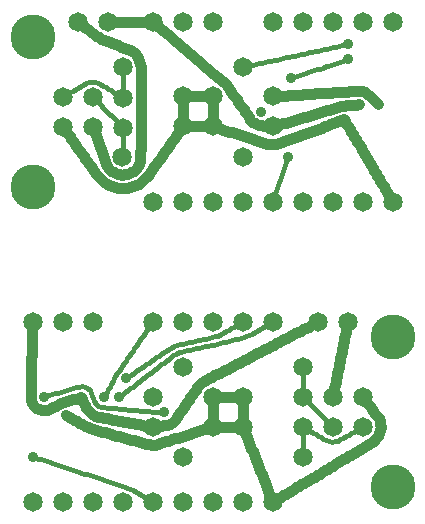
<source format=gbl>
G04 Bottom Copper*
%FSLAX23Y23*%
%MOIN*%
G01*
%ADD10C,0.010*%
%ADD11C,0.015*%
%ADD12C,0.035*%
%ADD13C,0.065*%
%ADD14C,0.150*%
D10*
D11*
X2450Y2350D02*
X2447Y2341D01*
X2444Y2332D01*
X2441Y2322D01*
X2438Y2313D01*
X2434Y2303D01*
X2431Y2293D01*
X2428Y2284D01*
X2425Y2274D01*
X2422Y2265D01*
X2418Y2255D01*
X2415Y2245D01*
X2412Y2236D01*
X2409Y2226D01*
X2406Y2217D01*
X2402Y2207D01*
X2400Y2200D01*
X1700Y2550D02*
X1708Y2555D01*
X1717Y2560D01*
X1725Y2565D01*
X1734Y2570D01*
X1743Y2575D01*
X1752Y2580D01*
X1760Y2585D01*
X1769Y2590D01*
X1778Y2595D01*
X1788Y2598D01*
X1798Y2600D01*
X1808Y2599D01*
X1817Y2597D01*
X1826Y2592D01*
X1835Y2587D01*
X1844Y2582D01*
X1852Y2576D01*
X1861Y2571D01*
X1869Y2566D01*
X1878Y2560D01*
X1887Y2555D01*
X1895Y2550D01*
X1900Y2547D01*
X1800Y2550D02*
X1806Y2543D01*
X1813Y2536D01*
X1820Y2529D01*
X1828Y2522D01*
X1835Y2514D01*
X1842Y2507D01*
X1849Y2500D01*
X1856Y2493D01*
X1863Y2485D01*
X1870Y2478D01*
X1877Y2471D01*
X1884Y2464D01*
X1891Y2456D01*
X1898Y2449D01*
X1900Y2447D01*
X1900Y2650D02*
X1900Y2641D01*
X1900Y2631D01*
X1900Y2621D01*
X1900Y2610D01*
X1900Y2600D01*
X1900Y2590D01*
X1900Y2580D01*
X1900Y2570D01*
X1900Y2560D01*
X1900Y2550D01*
X1900Y2547D01*
X1899Y2350D02*
X1899Y2359D01*
X1900Y2369D01*
X1900Y2379D01*
X1900Y2390D01*
X1900Y2400D01*
X1900Y2410D01*
X1900Y2420D01*
X1900Y2430D01*
X1900Y2440D01*
X1900Y2447D01*
X2650Y2725D02*
X2641Y2723D01*
X2631Y2721D01*
X2621Y2719D01*
X2611Y2717D01*
X2601Y2715D01*
X2592Y2712D01*
X2582Y2710D01*
X2572Y2708D01*
X2562Y2706D01*
X2552Y2704D01*
X2542Y2702D01*
X2532Y2700D01*
X2522Y2698D01*
X2513Y2696D01*
X2503Y2693D01*
X2493Y2691D01*
X2483Y2689D01*
X2473Y2687D01*
X2463Y2685D01*
X2453Y2683D01*
X2443Y2681D01*
X2434Y2679D01*
X2424Y2676D01*
X2414Y2674D01*
X2404Y2672D01*
X2394Y2670D01*
X2384Y2668D01*
X2374Y2666D01*
X2364Y2664D01*
X2355Y2662D01*
X2345Y2659D01*
X2335Y2657D01*
X2325Y2655D01*
X2315Y2653D01*
X2305Y2651D01*
X2300Y2650D01*
X2462Y2612D02*
X2471Y2615D01*
X2481Y2619D01*
X2490Y2622D01*
X2500Y2625D01*
X2510Y2628D01*
X2519Y2631D01*
X2529Y2635D01*
X2538Y2638D01*
X2548Y2641D01*
X2558Y2644D01*
X2567Y2647D01*
X2577Y2651D01*
X2586Y2654D01*
X2596Y2657D01*
X2605Y2660D01*
X2615Y2663D01*
X2625Y2667D01*
X2634Y2670D01*
X2644Y2673D01*
X2650Y2675D01*
X2500Y1550D02*
X2507Y1543D01*
X2514Y1536D01*
X2521Y1529D01*
X2528Y1522D01*
X2535Y1515D01*
X2542Y1508D01*
X2549Y1501D01*
X2557Y1493D01*
X2564Y1486D01*
X2571Y1479D01*
X2578Y1472D01*
X2585Y1465D01*
X2592Y1458D01*
X2599Y1451D01*
X2600Y1450D01*
X2500Y1450D02*
X2508Y1445D01*
X2517Y1440D01*
X2525Y1435D01*
X2534Y1430D01*
X2543Y1425D01*
X2552Y1420D01*
X2560Y1415D01*
X2569Y1410D01*
X2578Y1405D01*
X2588Y1402D01*
X2598Y1400D01*
X2608Y1401D01*
X2617Y1403D01*
X2626Y1408D01*
X2635Y1413D01*
X2644Y1418D01*
X2653Y1423D01*
X2661Y1428D01*
X2670Y1433D01*
X2679Y1438D01*
X2688Y1443D01*
X2696Y1448D01*
X2700Y1450D01*
X2500Y1450D02*
X2500Y1441D01*
X2500Y1431D01*
X2500Y1421D01*
X2500Y1410D01*
X2500Y1400D01*
X2500Y1390D01*
X2500Y1380D01*
X2500Y1370D01*
X2500Y1360D01*
X2500Y1350D01*
X2500Y1550D02*
X2500Y1559D01*
X2500Y1569D01*
X2500Y1579D01*
X2500Y1589D01*
X2500Y1600D01*
X2500Y1610D01*
X2500Y1620D01*
X2500Y1630D01*
X2500Y1640D01*
X2500Y1650D01*
X1600Y1350D02*
X1609Y1347D01*
X1618Y1344D01*
X1628Y1341D01*
X1638Y1338D01*
X1647Y1335D01*
X1657Y1332D01*
X1666Y1328D01*
X1676Y1325D01*
X1686Y1322D01*
X1695Y1319D01*
X1705Y1316D01*
X1715Y1313D01*
X1724Y1310D01*
X1734Y1307D01*
X1743Y1303D01*
X1753Y1300D01*
X1762Y1297D01*
X1772Y1294D01*
X1782Y1291D01*
X1791Y1288D01*
X1801Y1285D01*
X1810Y1282D01*
X1820Y1279D01*
X1830Y1275D01*
X1839Y1272D01*
X1849Y1269D01*
X1859Y1266D01*
X1868Y1263D01*
X1878Y1260D01*
X1887Y1257D01*
X1897Y1254D01*
X1907Y1250D01*
X1916Y1247D01*
X1925Y1243D01*
X1934Y1238D01*
X1943Y1233D01*
X1952Y1228D01*
X1960Y1223D01*
X1969Y1218D01*
X1978Y1213D01*
X1987Y1208D01*
X1995Y1203D01*
X2000Y1200D01*
X1838Y1550D02*
X1842Y1558D01*
X1847Y1567D01*
X1852Y1576D01*
X1857Y1584D01*
X1862Y1593D01*
X1867Y1602D01*
X1872Y1611D01*
X1876Y1620D01*
X1881Y1629D01*
X1887Y1637D01*
X1893Y1645D01*
X1899Y1654D01*
X1904Y1662D01*
X1910Y1670D01*
X1916Y1679D01*
X1922Y1687D01*
X1927Y1695D01*
X1933Y1703D01*
X1939Y1712D01*
X1945Y1720D01*
X1950Y1728D01*
X1956Y1737D01*
X1962Y1745D01*
X1968Y1753D01*
X1973Y1761D01*
X1979Y1770D01*
X1985Y1778D01*
X1991Y1786D01*
X1996Y1795D01*
X2000Y1800D01*
X1912Y1612D02*
X1920Y1618D01*
X1928Y1623D01*
X1937Y1629D01*
X1945Y1635D01*
X1953Y1641D01*
X1962Y1646D01*
X1970Y1652D01*
X1978Y1658D01*
X1987Y1663D01*
X1995Y1669D01*
X2004Y1675D01*
X2012Y1681D01*
X2020Y1686D01*
X2028Y1692D01*
X2037Y1698D01*
X2045Y1703D01*
X2053Y1709D01*
X2062Y1714D01*
X2071Y1719D01*
X2081Y1722D01*
X2090Y1725D01*
X2100Y1727D01*
X2110Y1729D01*
X2120Y1731D01*
X2130Y1733D01*
X2140Y1736D01*
X2150Y1738D01*
X2159Y1740D01*
X2169Y1742D01*
X2179Y1744D01*
X2189Y1746D01*
X2199Y1749D01*
X2209Y1751D01*
X2218Y1754D01*
X2227Y1758D01*
X2236Y1763D01*
X2245Y1768D01*
X2254Y1773D01*
X2262Y1778D01*
X2271Y1783D01*
X2280Y1788D01*
X2289Y1794D01*
X2297Y1799D01*
X2300Y1800D01*
X2400Y1800D02*
X2392Y1796D01*
X2383Y1790D01*
X2375Y1785D01*
X2366Y1780D01*
X2357Y1775D01*
X2348Y1770D01*
X2340Y1765D01*
X2331Y1760D01*
X2322Y1755D01*
X2312Y1752D01*
X2303Y1749D01*
X2293Y1747D01*
X2283Y1744D01*
X2273Y1742D01*
X2264Y1739D01*
X2254Y1737D01*
X2244Y1734D01*
X2234Y1732D01*
X2225Y1729D01*
X2215Y1727D01*
X2205Y1724D01*
X2195Y1722D01*
X2185Y1720D01*
X2175Y1718D01*
X2165Y1716D01*
X2156Y1713D01*
X2146Y1711D01*
X2136Y1709D01*
X2126Y1707D01*
X2116Y1705D01*
X2106Y1702D01*
X2096Y1700D01*
X2087Y1698D01*
X2077Y1694D01*
X2069Y1689D01*
X2061Y1683D01*
X2053Y1677D01*
X2045Y1670D01*
X2037Y1664D01*
X2029Y1658D01*
X2021Y1652D01*
X2013Y1646D01*
X2005Y1640D01*
X1997Y1633D01*
X1989Y1627D01*
X1981Y1621D01*
X1973Y1615D01*
X1965Y1609D01*
X1957Y1602D01*
X1949Y1596D01*
X1941Y1590D01*
X1933Y1584D01*
X1925Y1578D01*
X1917Y1572D01*
X1909Y1566D01*
X1900Y1560D01*
X1892Y1554D01*
X1888Y1550D01*
X1638Y1550D02*
X1646Y1553D01*
X1656Y1555D01*
X1666Y1558D01*
X1675Y1561D01*
X1685Y1564D01*
X1695Y1567D01*
X1705Y1570D01*
X1714Y1572D01*
X1724Y1575D01*
X1734Y1578D01*
X1743Y1581D01*
X1753Y1584D01*
X1763Y1585D01*
X1773Y1583D01*
X1782Y1579D01*
X1790Y1572D01*
X1795Y1563D01*
X1798Y1554D01*
X1802Y1545D01*
X1806Y1535D01*
X1811Y1527D01*
X1819Y1520D01*
X1828Y1516D01*
X1838Y1515D01*
X1848Y1514D01*
X1858Y1513D01*
X1868Y1512D01*
X1879Y1511D01*
X1889Y1510D01*
X1899Y1509D01*
X1909Y1508D01*
X1919Y1507D01*
X1929Y1506D01*
X1939Y1505D01*
X1949Y1505D01*
X1959Y1504D01*
X1969Y1503D01*
X1979Y1502D01*
X1989Y1501D01*
X1999Y1500D01*
X2009Y1500D01*
X2019Y1500D01*
X2030Y1500D01*
X2037Y1500D01*
D12*
X2800Y2200D02*
X2795Y2208D01*
X2790Y2217D01*
X2785Y2225D01*
X2780Y2234D01*
X2775Y2243D01*
X2770Y2251D01*
X2764Y2260D01*
X2759Y2269D01*
X2754Y2278D01*
X2749Y2286D01*
X2744Y2295D01*
X2739Y2304D01*
X2734Y2312D01*
X2728Y2321D01*
X2723Y2330D01*
X2718Y2338D01*
X2713Y2347D01*
X2708Y2356D01*
X2703Y2364D01*
X2698Y2373D01*
X2693Y2382D01*
X2687Y2391D01*
X2682Y2399D01*
X2677Y2408D01*
X2672Y2417D01*
X2667Y2425D01*
X2662Y2434D01*
X2657Y2443D01*
X2651Y2451D01*
X2646Y2460D01*
X2641Y2469D01*
X2638Y2475D01*
X2638Y2475D02*
X2629Y2472D01*
X2619Y2468D01*
X2610Y2465D01*
X2600Y2461D01*
X2591Y2458D01*
X2581Y2454D01*
X2572Y2451D01*
X2563Y2447D01*
X2553Y2444D01*
X2543Y2440D01*
X2534Y2437D01*
X2525Y2433D01*
X2515Y2430D01*
X2506Y2426D01*
X2496Y2423D01*
X2487Y2419D01*
X2477Y2416D01*
X2468Y2412D01*
X2458Y2409D01*
X2449Y2405D01*
X2439Y2402D01*
X2430Y2398D01*
X2420Y2395D01*
X2411Y2392D01*
X2401Y2391D01*
X2391Y2392D01*
X2381Y2394D01*
X2371Y2397D01*
X2361Y2400D01*
X2352Y2403D01*
X2342Y2406D01*
X2333Y2409D01*
X2323Y2412D01*
X2313Y2415D01*
X2304Y2418D01*
X2294Y2422D01*
X2284Y2425D01*
X2275Y2428D01*
X2265Y2431D01*
X2255Y2434D01*
X2246Y2437D01*
X2236Y2440D01*
X2227Y2443D01*
X2217Y2446D01*
X2207Y2449D01*
X2200Y2451D01*
X2750Y2525D02*
X2744Y2532D01*
X2737Y2539D01*
X2730Y2546D01*
X2723Y2553D01*
X2715Y2560D01*
X2707Y2566D01*
X2697Y2569D01*
X2687Y2570D01*
X2677Y2569D01*
X2667Y2569D01*
X2657Y2568D01*
X2647Y2567D01*
X2637Y2567D01*
X2627Y2566D01*
X2616Y2565D01*
X2606Y2565D01*
X2596Y2564D01*
X2586Y2563D01*
X2576Y2563D01*
X2566Y2562D01*
X2556Y2561D01*
X2546Y2561D01*
X2536Y2560D01*
X2526Y2559D01*
X2516Y2559D01*
X2506Y2558D01*
X2496Y2557D01*
X2485Y2557D01*
X2475Y2556D01*
X2465Y2555D01*
X2455Y2555D01*
X2445Y2554D01*
X2435Y2553D01*
X2425Y2553D01*
X2415Y2552D01*
X2405Y2551D01*
X2400Y2551D01*
X2100Y2451D02*
X2100Y2460D01*
X2100Y2470D01*
X2100Y2481D01*
X2100Y2491D01*
X2100Y2501D01*
X2100Y2511D01*
X2100Y2521D01*
X2100Y2531D01*
X2100Y2541D01*
X2100Y2551D01*
X2200Y2551D02*
X2200Y2542D01*
X2200Y2532D01*
X2200Y2522D01*
X2200Y2512D01*
X2200Y2502D01*
X2200Y2491D01*
X2200Y2481D01*
X2200Y2471D01*
X2200Y2461D01*
X2200Y2451D01*
X2100Y2551D02*
X2109Y2551D01*
X2120Y2551D01*
X2130Y2551D01*
X2140Y2551D01*
X2150Y2551D01*
X2160Y2551D01*
X2170Y2551D01*
X2180Y2551D01*
X2190Y2551D01*
X2200Y2551D01*
X2200Y2451D02*
X2191Y2451D01*
X2180Y2451D01*
X2170Y2451D01*
X2160Y2451D01*
X2150Y2451D01*
X2140Y2451D01*
X2130Y2451D01*
X2120Y2451D01*
X2110Y2451D01*
X2100Y2451D01*
X1850Y2800D02*
X1859Y2800D01*
X1869Y2800D01*
X1879Y2800D01*
X1890Y2800D01*
X1900Y2800D01*
X1910Y2800D01*
X1920Y2800D01*
X1930Y2800D01*
X1940Y2800D01*
X1950Y2800D01*
X1960Y2800D01*
X1970Y2800D01*
X1980Y2800D01*
X1991Y2800D01*
X2000Y2800D01*
X2000Y2800D02*
X2007Y2794D01*
X2015Y2787D01*
X2022Y2781D01*
X2030Y2774D01*
X2038Y2768D01*
X2045Y2761D01*
X2053Y2755D01*
X2061Y2748D01*
X2069Y2742D01*
X2076Y2735D01*
X2084Y2728D01*
X2092Y2722D01*
X2099Y2715D01*
X2107Y2709D01*
X2115Y2702D01*
X2122Y2696D01*
X2130Y2689D01*
X2138Y2683D01*
X2145Y2676D01*
X2153Y2670D01*
X2161Y2663D01*
X2169Y2657D01*
X2176Y2650D01*
X2184Y2643D01*
X2192Y2637D01*
X2199Y2630D01*
X2207Y2624D01*
X2215Y2617D01*
X2222Y2611D01*
X2230Y2604D01*
X2238Y2598D01*
X2245Y2591D01*
X2251Y2582D01*
X2257Y2574D01*
X2262Y2566D01*
X2268Y2557D01*
X2274Y2549D01*
X2280Y2541D01*
X2285Y2533D01*
X2291Y2524D01*
X2297Y2516D01*
X2303Y2508D01*
X2308Y2499D01*
X2314Y2491D01*
X2320Y2483D01*
X2326Y2474D01*
X2332Y2467D01*
X2340Y2461D01*
X2350Y2457D01*
X2360Y2455D01*
X2370Y2454D01*
X2380Y2453D01*
X2390Y2452D01*
X2400Y2451D01*
X2600Y1550D02*
X2602Y1559D01*
X2604Y1569D01*
X2606Y1579D01*
X2608Y1589D01*
X2610Y1599D01*
X2612Y1609D01*
X2614Y1618D01*
X2616Y1628D01*
X2618Y1638D01*
X2620Y1648D01*
X2622Y1658D01*
X2624Y1668D01*
X2626Y1678D01*
X2628Y1688D01*
X2630Y1698D01*
X2632Y1708D01*
X2634Y1718D01*
X2636Y1727D01*
X2638Y1737D01*
X2639Y1747D01*
X2641Y1757D01*
X2643Y1767D01*
X2645Y1777D01*
X2647Y1787D01*
X2649Y1797D01*
X2650Y1800D01*
X2700Y1550D02*
X2706Y1543D01*
X2712Y1535D01*
X2718Y1526D01*
X2724Y1518D01*
X2730Y1510D01*
X2736Y1502D01*
X2742Y1494D01*
X2748Y1486D01*
X2753Y1478D01*
X2757Y1468D01*
X2759Y1458D01*
X2760Y1448D01*
X2759Y1438D01*
X2756Y1428D01*
X2752Y1419D01*
X2746Y1411D01*
X2739Y1404D01*
X2730Y1398D01*
X2722Y1393D01*
X2713Y1388D01*
X2704Y1383D01*
X2696Y1377D01*
X2687Y1372D01*
X2678Y1367D01*
X2670Y1362D01*
X2661Y1357D01*
X2652Y1352D01*
X2644Y1346D01*
X2635Y1341D01*
X2626Y1336D01*
X2618Y1331D01*
X2609Y1326D01*
X2600Y1320D01*
X2592Y1315D01*
X2583Y1310D01*
X2574Y1305D01*
X2566Y1300D01*
X2557Y1294D01*
X2548Y1289D01*
X2540Y1284D01*
X2531Y1279D01*
X2522Y1274D01*
X2514Y1268D01*
X2505Y1263D01*
X2496Y1258D01*
X2488Y1253D01*
X2479Y1248D01*
X2470Y1242D01*
X2462Y1237D01*
X2453Y1232D01*
X2445Y1227D01*
X2436Y1222D01*
X2427Y1216D01*
X2419Y1211D01*
X2410Y1206D01*
X2401Y1201D01*
X2400Y1200D01*
X2400Y1200D02*
X2397Y1209D01*
X2393Y1218D01*
X2389Y1227D01*
X2385Y1237D01*
X2382Y1246D01*
X2378Y1255D01*
X2374Y1265D01*
X2370Y1274D01*
X2367Y1284D01*
X2363Y1293D01*
X2359Y1302D01*
X2355Y1312D01*
X2352Y1321D01*
X2348Y1331D01*
X2344Y1340D01*
X2340Y1349D01*
X2337Y1359D01*
X2333Y1368D01*
X2329Y1377D01*
X2325Y1387D01*
X2322Y1396D01*
X2318Y1405D01*
X2314Y1415D01*
X2310Y1424D01*
X2307Y1434D01*
X2303Y1443D01*
X2300Y1450D01*
X1762Y1550D02*
X1766Y1541D01*
X1769Y1532D01*
X1773Y1523D01*
X1778Y1514D01*
X1784Y1505D01*
X1791Y1498D01*
X1799Y1492D01*
X1808Y1487D01*
X1817Y1483D01*
X1827Y1481D01*
X1837Y1479D01*
X1847Y1478D01*
X1857Y1476D01*
X1867Y1474D01*
X1877Y1472D01*
X1886Y1470D01*
X1896Y1469D01*
X1906Y1467D01*
X1916Y1465D01*
X1926Y1463D01*
X1936Y1462D01*
X1946Y1460D01*
X1956Y1458D01*
X1966Y1456D01*
X1976Y1454D01*
X1986Y1453D01*
X1996Y1451D01*
X2000Y1450D01*
X2200Y1450D02*
X2200Y1459D01*
X2200Y1469D01*
X2200Y1479D01*
X2200Y1490D01*
X2200Y1500D01*
X2200Y1510D01*
X2200Y1520D01*
X2200Y1530D01*
X2200Y1540D01*
X2200Y1550D01*
X2200Y1550D02*
X2209Y1550D01*
X2219Y1550D01*
X2229Y1550D01*
X2240Y1550D01*
X2250Y1550D01*
X2260Y1550D01*
X2270Y1550D01*
X2280Y1550D01*
X2290Y1550D01*
X2300Y1550D01*
X2300Y1550D02*
X2300Y1541D01*
X2300Y1531D01*
X2300Y1521D01*
X2300Y1510D01*
X2300Y1500D01*
X2300Y1490D01*
X2300Y1480D01*
X2300Y1470D01*
X2300Y1460D01*
X2300Y1450D01*
X2300Y1450D02*
X2291Y1450D01*
X2281Y1450D01*
X2271Y1450D01*
X2260Y1450D01*
X2250Y1450D01*
X2240Y1450D01*
X2230Y1450D01*
X2220Y1450D01*
X2210Y1450D01*
X2200Y1450D01*
X1712Y1488D02*
X1721Y1483D01*
X1729Y1478D01*
X1738Y1474D01*
X1747Y1469D01*
X1756Y1464D01*
X1765Y1459D01*
X1774Y1454D01*
X1783Y1450D01*
X1792Y1445D01*
X1801Y1441D01*
X1811Y1439D01*
X1821Y1436D01*
X1831Y1433D01*
X1840Y1431D01*
X1850Y1428D01*
X1860Y1425D01*
X1869Y1423D01*
X1879Y1420D01*
X1889Y1418D01*
X1899Y1415D01*
X1909Y1412D01*
X1918Y1410D01*
X1928Y1407D01*
X1938Y1405D01*
X1948Y1402D01*
X1957Y1399D01*
X1967Y1397D01*
X1977Y1394D01*
X1987Y1392D01*
X1997Y1390D01*
X2007Y1390D01*
X2017Y1392D01*
X2026Y1395D01*
X2036Y1398D01*
X2045Y1401D01*
X2055Y1404D01*
X2065Y1408D01*
X2074Y1411D01*
X2084Y1414D01*
X2094Y1417D01*
X2103Y1420D01*
X2113Y1423D01*
X2123Y1426D01*
X2132Y1429D01*
X2142Y1432D01*
X2151Y1435D01*
X2161Y1438D01*
X2171Y1441D01*
X2180Y1444D01*
X2190Y1447D01*
X2200Y1450D01*
X2200Y1450D01*
X2000Y1450D02*
X2009Y1451D01*
X2019Y1452D01*
X2029Y1454D01*
X2039Y1455D01*
X2049Y1457D01*
X2059Y1460D01*
X2067Y1466D01*
X2074Y1473D01*
X2080Y1482D01*
X2085Y1490D01*
X2091Y1498D01*
X2097Y1507D01*
X2103Y1515D01*
X2108Y1523D01*
X2114Y1532D01*
X2120Y1540D01*
X2126Y1548D01*
X2131Y1556D01*
X2137Y1565D01*
X2143Y1573D01*
X2149Y1581D01*
X2155Y1589D01*
X2162Y1596D01*
X2170Y1602D01*
X2179Y1607D01*
X2188Y1611D01*
X2197Y1616D01*
X2206Y1621D01*
X2215Y1625D01*
X2224Y1630D01*
X2233Y1635D01*
X2242Y1639D01*
X2251Y1644D01*
X2260Y1649D01*
X2269Y1653D01*
X2278Y1658D01*
X2287Y1663D01*
X2296Y1667D01*
X2305Y1672D01*
X2314Y1677D01*
X2323Y1681D01*
X2332Y1686D01*
X2340Y1691D01*
X2349Y1695D01*
X2358Y1700D01*
X2367Y1705D01*
X2376Y1709D01*
X2385Y1714D01*
X2394Y1719D01*
X2403Y1724D01*
X2412Y1728D01*
X2421Y1733D01*
X2430Y1738D01*
X2439Y1742D01*
X2448Y1747D01*
X2457Y1752D01*
X2466Y1756D01*
X2475Y1761D01*
X2484Y1766D01*
X2493Y1770D01*
X2502Y1775D01*
X2511Y1780D01*
X2520Y1784D01*
X2529Y1789D01*
X2538Y1794D01*
X2546Y1798D01*
X2550Y1800D01*
X1762Y1550D02*
X1754Y1547D01*
X1744Y1544D01*
X1734Y1541D01*
X1725Y1538D01*
X1715Y1535D01*
X1705Y1532D01*
X1696Y1529D01*
X1687Y1525D01*
X1678Y1520D01*
X1669Y1515D01*
X1660Y1511D01*
X1650Y1507D01*
X1641Y1505D01*
X1630Y1506D01*
X1621Y1508D01*
X1612Y1513D01*
X1604Y1520D01*
X1598Y1528D01*
X1594Y1537D01*
X1593Y1547D01*
X1593Y1557D01*
X1593Y1567D01*
X1593Y1577D01*
X1594Y1587D01*
X1594Y1598D01*
X1594Y1608D01*
X1595Y1618D01*
X1595Y1628D01*
X1595Y1638D01*
X1595Y1648D01*
X1596Y1658D01*
X1596Y1668D01*
X1596Y1678D01*
X1597Y1688D01*
X1597Y1699D01*
X1597Y1709D01*
X1598Y1719D01*
X1598Y1729D01*
X1598Y1739D01*
X1599Y1749D01*
X1599Y1759D01*
X1599Y1769D01*
X1599Y1779D01*
X1600Y1789D01*
X1600Y1800D01*
X1600Y1800D01*
X2688Y2525D02*
X2678Y2524D01*
X2668Y2523D01*
X2658Y2522D01*
X2648Y2521D01*
X2638Y2520D01*
X2628Y2519D01*
X2618Y2516D01*
X2609Y2513D01*
X2599Y2510D01*
X2589Y2507D01*
X2580Y2505D01*
X2570Y2502D01*
X2560Y2499D01*
X2551Y2496D01*
X2541Y2493D01*
X2531Y2490D01*
X2522Y2487D01*
X2512Y2484D01*
X2502Y2482D01*
X2493Y2479D01*
X2483Y2476D01*
X2473Y2473D01*
X2463Y2470D01*
X2454Y2467D01*
X2444Y2464D01*
X2434Y2461D01*
X2425Y2459D01*
X2415Y2456D01*
X2405Y2453D01*
X2400Y2451D01*
X1800Y2450D02*
X1803Y2441D01*
X1806Y2432D01*
X1810Y2422D01*
X1813Y2413D01*
X1817Y2403D01*
X1820Y2394D01*
X1823Y2384D01*
X1827Y2375D01*
X1830Y2365D01*
X1834Y2356D01*
X1837Y2346D01*
X1840Y2337D01*
X1844Y2327D01*
X1849Y2318D01*
X1855Y2310D01*
X1862Y2303D01*
X1870Y2298D01*
X1880Y2293D01*
X1889Y2291D01*
X1899Y2290D01*
X1909Y2291D01*
X1919Y2293D01*
X1928Y2298D01*
X1937Y2303D01*
X1944Y2310D01*
X1950Y2318D01*
X1955Y2327D01*
X1958Y2337D01*
X1959Y2347D01*
X1959Y2357D01*
X1959Y2367D01*
X1960Y2377D01*
X1960Y2387D01*
X1960Y2397D01*
X1960Y2407D01*
X1960Y2417D01*
X1960Y2428D01*
X1960Y2438D01*
X1960Y2448D01*
X1960Y2458D01*
X1960Y2468D01*
X1960Y2478D01*
X1960Y2488D01*
X1960Y2498D01*
X1960Y2508D01*
X1960Y2519D01*
X1960Y2529D01*
X1960Y2539D01*
X1960Y2549D01*
X1960Y2559D01*
X1960Y2569D01*
X1960Y2579D01*
X1960Y2589D01*
X1960Y2599D01*
X1960Y2609D01*
X1960Y2620D01*
X1960Y2630D01*
X1960Y2640D01*
X1960Y2650D01*
X1959Y2660D01*
X1956Y2670D01*
X1952Y2679D01*
X1947Y2687D01*
X1940Y2695D01*
X1932Y2701D01*
X1923Y2705D01*
X1913Y2709D01*
X1904Y2713D01*
X1895Y2717D01*
X1885Y2721D01*
X1876Y2725D01*
X1866Y2728D01*
X1857Y2732D01*
X1848Y2736D01*
X1838Y2740D01*
X1829Y2744D01*
X1820Y2748D01*
X1812Y2754D01*
X1804Y2760D01*
X1796Y2766D01*
X1787Y2772D01*
X1779Y2778D01*
X1771Y2784D01*
X1763Y2790D01*
X1755Y2796D01*
X1750Y2800D01*
X1700Y2450D02*
X1705Y2442D01*
X1711Y2434D01*
X1717Y2426D01*
X1723Y2418D01*
X1729Y2410D01*
X1735Y2401D01*
X1740Y2393D01*
X1746Y2385D01*
X1752Y2377D01*
X1758Y2368D01*
X1764Y2360D01*
X1770Y2352D01*
X1775Y2344D01*
X1781Y2335D01*
X1787Y2327D01*
X1793Y2319D01*
X1799Y2311D01*
X1805Y2302D01*
X1810Y2294D01*
X1817Y2286D01*
X1823Y2278D01*
X1830Y2271D01*
X1838Y2265D01*
X1847Y2259D01*
X1856Y2255D01*
X1865Y2251D01*
X1875Y2248D01*
X1884Y2246D01*
X1895Y2245D01*
X1905Y2245D01*
X1915Y2246D01*
X1925Y2248D01*
X1934Y2251D01*
X1944Y2255D01*
X1953Y2260D01*
X1961Y2265D01*
X1969Y2272D01*
X1976Y2279D01*
X1983Y2286D01*
X1989Y2294D01*
X1994Y2303D01*
X2000Y2311D01*
X2006Y2319D01*
X2012Y2327D01*
X2018Y2336D01*
X2024Y2344D01*
X2030Y2352D01*
X2035Y2360D01*
X2041Y2368D01*
X2047Y2377D01*
X2053Y2385D01*
X2059Y2393D01*
X2065Y2401D01*
X2071Y2410D01*
X2077Y2418D01*
X2082Y2426D01*
X2088Y2434D01*
X2094Y2443D01*
X2100Y2451D01*
X2100Y2451D01*
X2638Y2475D03*
X2688Y2525D03*
X2450Y2350D03*
X2650Y2725D03*
X2650Y2675D03*
X2750Y2525D03*
X2462Y2612D03*
X1600Y1350D03*
X1712Y1488D03*
X1762Y1550D03*
X1638Y1550D03*
X2362Y2500D03*
X1838Y1550D03*
X1888Y1550D03*
X1912Y1612D03*
X2037Y1500D03*
D13*
X1700Y2550D03*
X1700Y2450D03*
X1800Y2450D03*
X1800Y2550D03*
X2000Y2200D03*
X2100Y2200D03*
X2200Y2200D03*
X2300Y2200D03*
X2400Y2200D03*
X2500Y2200D03*
X2600Y2200D03*
X2700Y2200D03*
X2000Y2800D03*
X2100Y2800D03*
X2200Y2800D03*
X2400Y2800D03*
X2500Y2800D03*
X2600Y2800D03*
X2700Y2800D03*
X2100Y2451D03*
X1900Y2447D03*
X1900Y2547D03*
X2100Y2551D03*
X2800Y2800D03*
X2800Y2200D03*
X1900Y2650D03*
X2300Y2650D03*
X1899Y2350D03*
X2301Y2350D03*
X2200Y2451D03*
X2200Y2551D03*
X2400Y2551D03*
X2400Y2451D03*
X1750Y2800D03*
X1850Y2800D03*
X2700Y1450D03*
X2700Y1550D03*
X2600Y1550D03*
X2600Y1450D03*
X2650Y1800D03*
X2550Y1800D03*
X2400Y1800D03*
X2300Y1800D03*
X2200Y1800D03*
X2100Y1800D03*
X2000Y1800D03*
X1800Y1800D03*
X1700Y1800D03*
X1600Y1800D03*
X1600Y1200D03*
X1700Y1200D03*
X1800Y1200D03*
X1900Y1200D03*
X2000Y1200D03*
X2100Y1200D03*
X2200Y1200D03*
X2300Y1200D03*
X2400Y1200D03*
X2300Y1450D03*
X2500Y1450D03*
X2500Y1550D03*
X2300Y1550D03*
X2000Y1450D03*
X2200Y1450D03*
X2200Y1550D03*
X2000Y1550D03*
X2100Y1350D03*
X2500Y1350D03*
X2500Y1650D03*
X2100Y1650D03*
D14*
X1600Y2250D03*
X1600Y2750D03*
X2800Y1750D03*
X2800Y1250D03*
M02*

</source>
